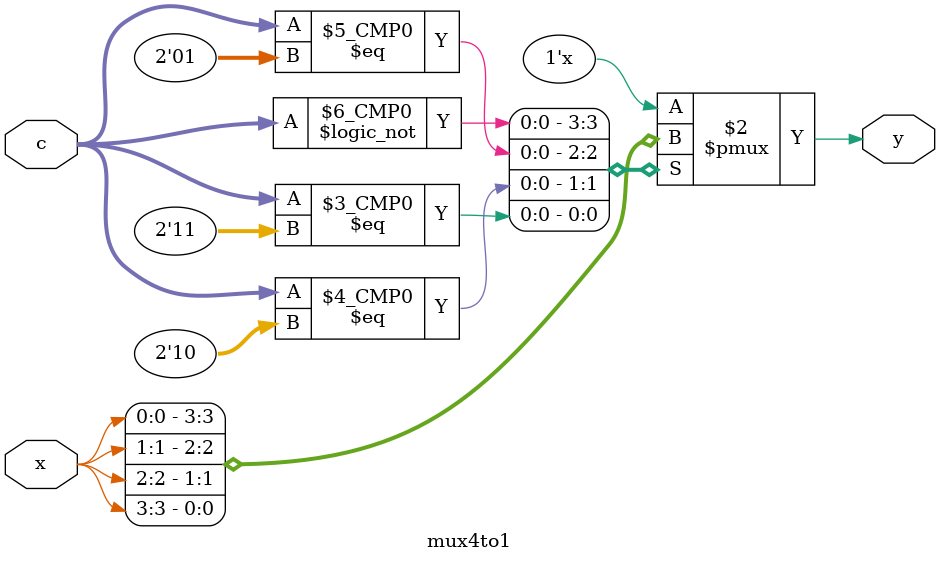
<source format=v>
`timescale 1ns / 1ps
module mux4to1(
input [3:0] x,
input [1:0] c,
output reg y);
always @(x, c)
case (c)
0: y = x[0];
1: y = x[1];
2: y = x[2];
3: y = x[3];
endcase
endmodule

</source>
